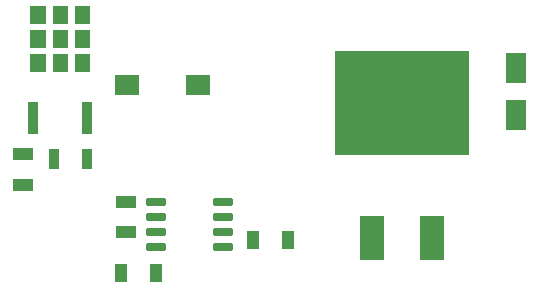
<source format=gbp>
G04*
G04 #@! TF.GenerationSoftware,Altium Limited,Altium Designer,25.1.2 (22)*
G04*
G04 Layer_Color=128*
%FSLAX25Y25*%
%MOIN*%
G70*
G04*
G04 #@! TF.SameCoordinates,A6D80DD8-A6EF-48C5-BEAB-CD18D09DD35D*
G04*
G04*
G04 #@! TF.FilePolarity,Positive*
G04*
G01*
G75*
%ADD27R,0.06693X0.04331*%
%ADD28R,0.03740X0.06693*%
%ADD29R,0.03937X0.06299*%
G04:AMPARAMS|DCode=30|XSize=25.59mil|YSize=64.96mil|CornerRadius=1.92mil|HoleSize=0mil|Usage=FLASHONLY|Rotation=90.000|XOffset=0mil|YOffset=0mil|HoleType=Round|Shape=RoundedRectangle|*
%AMROUNDEDRECTD30*
21,1,0.02559,0.06112,0,0,90.0*
21,1,0.02175,0.06496,0,0,90.0*
1,1,0.00384,0.03056,0.01088*
1,1,0.00384,0.03056,-0.01088*
1,1,0.00384,-0.03056,-0.01088*
1,1,0.00384,-0.03056,0.01088*
%
%ADD30ROUNDEDRECTD30*%
%ADD31R,0.08189X0.15000*%
%ADD33R,0.03819X0.11142*%
%ADD34R,0.07874X0.06693*%
%ADD35R,0.06693X0.04134*%
%ADD36R,0.45000X0.35000*%
%ADD37R,0.06693X0.09843*%
G36*
X245980Y459000D02*
X240823D01*
Y464748D01*
X245980D01*
Y459000D01*
D02*
G37*
G36*
X238579D02*
X233421D01*
Y464748D01*
X238579D01*
Y459000D01*
D02*
G37*
G36*
X231177D02*
X226020D01*
Y464748D01*
X231177D01*
Y459000D01*
D02*
G37*
G36*
X245980Y451008D02*
X240823D01*
Y456756D01*
X245980D01*
Y451008D01*
D02*
G37*
G36*
X238579D02*
X233421D01*
Y456756D01*
X238579D01*
Y451008D01*
D02*
G37*
G36*
X231177D02*
X226020D01*
Y456756D01*
X231177D01*
Y451008D01*
D02*
G37*
G36*
X245980Y443016D02*
X240823D01*
Y448764D01*
X245980D01*
Y443016D01*
D02*
G37*
G36*
X238579D02*
X233421D01*
Y448764D01*
X238579D01*
Y443016D01*
D02*
G37*
G36*
X231177D02*
X226020D01*
Y448764D01*
X231177D01*
Y443016D01*
D02*
G37*
D27*
X223500Y405264D02*
D03*
Y415500D02*
D03*
D28*
X233988Y414000D02*
D03*
X245012D02*
D03*
D29*
X311906Y387000D02*
D03*
X256095Y376000D02*
D03*
X300095Y387000D02*
D03*
X267905Y376000D02*
D03*
D30*
X290122Y399500D02*
D03*
X267878D02*
D03*
X290122Y389500D02*
D03*
X267878Y384500D02*
D03*
Y389500D02*
D03*
X290122Y384500D02*
D03*
Y394500D02*
D03*
X267878D02*
D03*
D31*
X340000Y387500D02*
D03*
X360000D02*
D03*
D33*
X226984Y427701D02*
D03*
X245016D02*
D03*
D34*
X258189Y438500D02*
D03*
X281811D02*
D03*
D35*
X258000Y399520D02*
D03*
Y389480D02*
D03*
D36*
X350000Y432500D02*
D03*
D37*
X388000Y444374D02*
D03*
Y428626D02*
D03*
M02*

</source>
